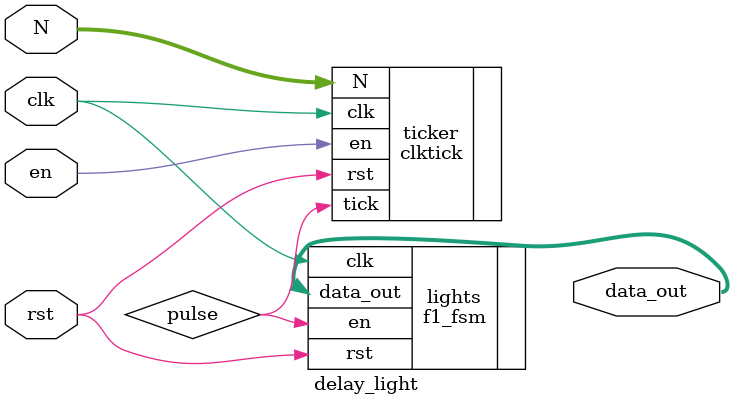
<source format=sv>
module delay_light # (
    parameter   WIDTH = 8,
                N_WIDTH = 16
)(
    // interface signals
    input   logic                   clk,
    input   logic                   rst,
    input   logic                   en,
    input   logic   [N_WIDTH-1:0]   N, 
    output  logic   [WIDTH-1:0]     data_out
);

    logic pulse; // interconnection wire

clktick ticker(
    .clk(clk),
    .rst(rst),
    .en(en),
    .N(N),
    .tick(pulse)
);

f1_fsm lights(
    .clk(clk),
    .rst(rst),
    .en(pulse),
    .data_out(data_out)
);

endmodule

</source>
